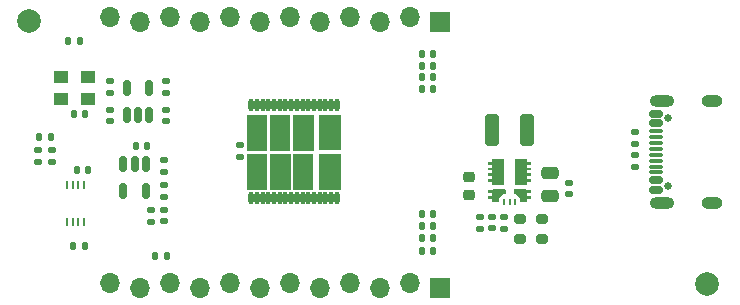
<source format=gbr>
%TF.GenerationSoftware,KiCad,Pcbnew,8.0.1*%
%TF.CreationDate,2024-04-17T00:28:09-04:00*%
%TF.ProjectId,NerdNOS,4e657264-4e4f-4532-9e6b-696361645f70,rev?*%
%TF.SameCoordinates,Original*%
%TF.FileFunction,Soldermask,Top*%
%TF.FilePolarity,Negative*%
%FSLAX46Y46*%
G04 Gerber Fmt 4.6, Leading zero omitted, Abs format (unit mm)*
G04 Created by KiCad (PCBNEW 8.0.1) date 2024-04-17 00:28:09*
%MOMM*%
%LPD*%
G01*
G04 APERTURE LIST*
G04 Aperture macros list*
%AMRoundRect*
0 Rectangle with rounded corners*
0 $1 Rounding radius*
0 $2 $3 $4 $5 $6 $7 $8 $9 X,Y pos of 4 corners*
0 Add a 4 corners polygon primitive as box body*
4,1,4,$2,$3,$4,$5,$6,$7,$8,$9,$2,$3,0*
0 Add four circle primitives for the rounded corners*
1,1,$1+$1,$2,$3*
1,1,$1+$1,$4,$5*
1,1,$1+$1,$6,$7*
1,1,$1+$1,$8,$9*
0 Add four rect primitives between the rounded corners*
20,1,$1+$1,$2,$3,$4,$5,0*
20,1,$1+$1,$4,$5,$6,$7,0*
20,1,$1+$1,$6,$7,$8,$9,0*
20,1,$1+$1,$8,$9,$2,$3,0*%
G04 Aperture macros list end*
%ADD10C,0.000000*%
%ADD11C,0.010000*%
%ADD12R,1.700000X1.700000*%
%ADD13O,1.700000X1.700000*%
%ADD14RoundRect,0.150000X0.150000X-0.512500X0.150000X0.512500X-0.150000X0.512500X-0.150000X-0.512500X0*%
%ADD15RoundRect,0.135000X0.185000X-0.135000X0.185000X0.135000X-0.185000X0.135000X-0.185000X-0.135000X0*%
%ADD16RoundRect,0.140000X-0.170000X0.140000X-0.170000X-0.140000X0.170000X-0.140000X0.170000X0.140000X0*%
%ADD17RoundRect,0.140000X0.140000X0.170000X-0.140000X0.170000X-0.140000X-0.170000X0.140000X-0.170000X0*%
%ADD18RoundRect,0.135000X-0.135000X-0.185000X0.135000X-0.185000X0.135000X0.185000X-0.135000X0.185000X0*%
%ADD19RoundRect,0.140000X-0.140000X-0.170000X0.140000X-0.170000X0.140000X0.170000X-0.140000X0.170000X0*%
%ADD20RoundRect,0.140000X0.170000X-0.140000X0.170000X0.140000X-0.170000X0.140000X-0.170000X-0.140000X0*%
%ADD21RoundRect,0.135000X-0.185000X0.135000X-0.185000X-0.135000X0.185000X-0.135000X0.185000X0.135000X0*%
%ADD22R,0.220000X0.599999*%
%ADD23C,0.650000*%
%ADD24RoundRect,0.150000X0.425000X-0.150000X0.425000X0.150000X-0.425000X0.150000X-0.425000X-0.150000X0*%
%ADD25RoundRect,0.075000X0.500000X-0.075000X0.500000X0.075000X-0.500000X0.075000X-0.500000X-0.075000X0*%
%ADD26O,2.100000X1.000000*%
%ADD27O,1.800000X1.000000*%
%ADD28RoundRect,0.135000X0.135000X0.185000X-0.135000X0.185000X-0.135000X-0.185000X0.135000X-0.185000X0*%
%ADD29R,1.300000X1.100000*%
%ADD30C,2.000000*%
%ADD31RoundRect,0.250000X-0.325000X-1.100000X0.325000X-1.100000X0.325000X1.100000X-0.325000X1.100000X0*%
%ADD32RoundRect,0.200000X-0.275000X0.200000X-0.275000X-0.200000X0.275000X-0.200000X0.275000X0.200000X0*%
%ADD33RoundRect,0.200000X0.275000X-0.200000X0.275000X0.200000X-0.275000X0.200000X-0.275000X-0.200000X0*%
%ADD34RoundRect,0.236600X-0.000010X0.295000X-0.000010X-0.295000X0.000010X-0.295000X0.000010X0.295000X0*%
%ADD35R,0.254000X0.762000*%
%ADD36RoundRect,0.150000X-0.150000X0.512500X-0.150000X-0.512500X0.150000X-0.512500X0.150000X0.512500X0*%
%ADD37RoundRect,0.250000X0.475000X-0.250000X0.475000X0.250000X-0.475000X0.250000X-0.475000X-0.250000X0*%
%ADD38RoundRect,0.225000X-0.250000X0.225000X-0.250000X-0.225000X0.250000X-0.225000X0.250000X0.225000X0*%
G04 APERTURE END LIST*
D10*
%TO.C,U5*%
G36*
X122210002Y-69390000D02*
G01*
X122210004Y-69709999D01*
X122160002Y-69759999D01*
X122073002Y-69759999D01*
X122037002Y-69775000D01*
X121690000Y-70122000D01*
X121675001Y-70157999D01*
X121675001Y-70364999D01*
X121625002Y-70414999D01*
X121150001Y-70414999D01*
X121100001Y-70364999D01*
X121100001Y-70240000D01*
X121050001Y-70190001D01*
X120750002Y-70190001D01*
X120700002Y-70140001D01*
X120700002Y-69990001D01*
X120750002Y-69940001D01*
X121050001Y-69940001D01*
X121100001Y-69889999D01*
X121100001Y-69739999D01*
X121050001Y-69689999D01*
X120750002Y-69689999D01*
X120700002Y-69639999D01*
X120700002Y-69489999D01*
X120750002Y-69440000D01*
X121050001Y-69440000D01*
X121100001Y-69390000D01*
X121150001Y-69340000D01*
X122160002Y-69340000D01*
X122210002Y-69390000D01*
G37*
G36*
X124000001Y-69390000D02*
G01*
X124050001Y-69440000D01*
X124350000Y-69440000D01*
X124400000Y-69489999D01*
X124400000Y-69639999D01*
X124350000Y-69689999D01*
X124050001Y-69689999D01*
X124000001Y-69739999D01*
X124000001Y-69889999D01*
X124050001Y-69940001D01*
X124350000Y-69940001D01*
X124400000Y-69990001D01*
X124400000Y-70140001D01*
X124350000Y-70190001D01*
X124050001Y-70190001D01*
X124000001Y-70240000D01*
X124000001Y-70364999D01*
X123950001Y-70414999D01*
X123475000Y-70414999D01*
X123425001Y-70364999D01*
X123425001Y-70157999D01*
X123410002Y-70122000D01*
X123063000Y-69775000D01*
X123027000Y-69759999D01*
X122940000Y-69759999D01*
X122889998Y-69709999D01*
X122890000Y-69390000D01*
X122940000Y-69340000D01*
X123950001Y-69340000D01*
X124000001Y-69390000D01*
G37*
G36*
X122100002Y-66840002D02*
G01*
X122100002Y-68940001D01*
X122049999Y-68990000D01*
X121150004Y-68989998D01*
X121100001Y-68940001D01*
X121100001Y-68824999D01*
X121050001Y-68775000D01*
X120750002Y-68774997D01*
X120700000Y-68725000D01*
X120700002Y-68574997D01*
X120750002Y-68525000D01*
X121050001Y-68525005D01*
X121100001Y-68475000D01*
X121100001Y-68325003D01*
X121050001Y-68275001D01*
X120750002Y-68275001D01*
X120700002Y-68225001D01*
X120700002Y-68075001D01*
X120750002Y-68025001D01*
X121050001Y-68025001D01*
X121100001Y-67974999D01*
X121100001Y-67825001D01*
X121050001Y-67774999D01*
X120750002Y-67775002D01*
X120700002Y-67724999D01*
X120700002Y-67574999D01*
X120750002Y-67525000D01*
X121050001Y-67525000D01*
X121100001Y-67475000D01*
X121100001Y-67325000D01*
X121050001Y-67275000D01*
X120750002Y-67275000D01*
X120700002Y-67225000D01*
X120700002Y-67075000D01*
X120750000Y-67025001D01*
X121050001Y-67025001D01*
X121100001Y-66975001D01*
X121100001Y-66840002D01*
X121150001Y-66790000D01*
X122050005Y-66790000D01*
X122100002Y-66840002D01*
G37*
G36*
X124000001Y-66840002D02*
G01*
X124000001Y-66975001D01*
X124050001Y-67025001D01*
X124350000Y-67025001D01*
X124400000Y-67075000D01*
X124400000Y-67225000D01*
X124350000Y-67275000D01*
X124050001Y-67275000D01*
X124000001Y-67325000D01*
X124000001Y-67475000D01*
X124050001Y-67525000D01*
X124350000Y-67525000D01*
X124400000Y-67574999D01*
X124400000Y-67724999D01*
X124350000Y-67775002D01*
X124050001Y-67775002D01*
X124000001Y-67824999D01*
X124000001Y-67975001D01*
X124050001Y-68025001D01*
X124350000Y-68025001D01*
X124400000Y-68075001D01*
X124400000Y-68225001D01*
X124350000Y-68275001D01*
X124050001Y-68275001D01*
X124000001Y-68325003D01*
X124000001Y-68475000D01*
X124050001Y-68525003D01*
X124350000Y-68525000D01*
X124400000Y-68574997D01*
X124400002Y-68725000D01*
X124350000Y-68774997D01*
X124050001Y-68775000D01*
X124000001Y-68824999D01*
X124000001Y-68940001D01*
X123950001Y-68989998D01*
X123050003Y-68990000D01*
X123000000Y-68940001D01*
X123000000Y-66840002D01*
X123050000Y-66790000D01*
X123950001Y-66790000D01*
X124000001Y-66840002D01*
G37*
%TO.C,IC1*%
D11*
X101955000Y-66400000D02*
X100325000Y-66400000D01*
X100325000Y-69340000D01*
X101955000Y-69340000D01*
X101955000Y-66400000D01*
G36*
X101955000Y-66400000D02*
G01*
X100325000Y-66400000D01*
X100325000Y-69340000D01*
X101955000Y-69340000D01*
X101955000Y-66400000D01*
G37*
X101965000Y-63060000D02*
X100335000Y-63060000D01*
X100335000Y-66000000D01*
X101965000Y-66000000D01*
X101965000Y-63060000D01*
G36*
X101965000Y-63060000D02*
G01*
X100335000Y-63060000D01*
X100335000Y-66000000D01*
X101965000Y-66000000D01*
X101965000Y-63060000D01*
G37*
X103915000Y-63060000D02*
X102285000Y-63060000D01*
X102285000Y-66000000D01*
X103915000Y-66000000D01*
X103915000Y-63060000D01*
G36*
X103915000Y-63060000D02*
G01*
X102285000Y-63060000D01*
X102285000Y-66000000D01*
X103915000Y-66000000D01*
X103915000Y-63060000D01*
G37*
X103925000Y-66410000D02*
X102295000Y-66410000D01*
X102295000Y-69350000D01*
X103925000Y-69350000D01*
X103925000Y-66410000D01*
G36*
X103925000Y-66410000D02*
G01*
X102295000Y-66410000D01*
X102295000Y-69350000D01*
X103925000Y-69350000D01*
X103925000Y-66410000D01*
G37*
X105865000Y-66400000D02*
X104235000Y-66400000D01*
X104235000Y-69340000D01*
X105865000Y-69340000D01*
X105865000Y-66400000D01*
G36*
X105865000Y-66400000D02*
G01*
X104235000Y-66400000D01*
X104235000Y-69340000D01*
X105865000Y-69340000D01*
X105865000Y-66400000D01*
G37*
X105870000Y-63060000D02*
X104240000Y-63060000D01*
X104240000Y-66000000D01*
X105870000Y-66000000D01*
X105870000Y-63060000D01*
G36*
X105870000Y-63060000D02*
G01*
X104240000Y-63060000D01*
X104240000Y-66000000D01*
X105870000Y-66000000D01*
X105870000Y-63060000D01*
G37*
X108220000Y-63050000D02*
X106380000Y-63050000D01*
X106380000Y-65990000D01*
X108220000Y-65990000D01*
X108220000Y-63050000D01*
G36*
X108220000Y-63050000D02*
G01*
X106380000Y-63050000D01*
X106380000Y-65990000D01*
X108220000Y-65990000D01*
X108220000Y-63050000D01*
G37*
X108220000Y-66410000D02*
X106380000Y-66410000D01*
X106380000Y-69350000D01*
X108220000Y-69350000D01*
X108220000Y-66410000D01*
G36*
X108220000Y-66410000D02*
G01*
X106380000Y-66410000D01*
X106380000Y-69350000D01*
X108220000Y-69350000D01*
X108220000Y-66410000D01*
G37*
%TD*%
D12*
%TO.C,J2*%
X116690000Y-77700000D03*
D13*
X114150000Y-77300000D03*
X111610000Y-77700000D03*
X109070000Y-77300000D03*
X106530000Y-77700000D03*
X103990000Y-77300000D03*
X101450000Y-77700000D03*
X98910000Y-77300000D03*
X96370000Y-77700000D03*
X93830000Y-77300000D03*
X91290000Y-77700000D03*
X88750000Y-77300000D03*
%TD*%
D12*
%TO.C,J1*%
X116690000Y-55200000D03*
D13*
X114150000Y-54800000D03*
X111610000Y-55200000D03*
X109070000Y-54800000D03*
X106530000Y-55200000D03*
X103990000Y-54800000D03*
X101450000Y-55200000D03*
X98910000Y-54800000D03*
X96370000Y-55200000D03*
X93830000Y-54800000D03*
X91290000Y-55200000D03*
X88750000Y-54800000D03*
%TD*%
D14*
%TO.C,U4*%
X90150001Y-63037500D03*
X91100000Y-63037500D03*
X92049999Y-63037500D03*
X92049999Y-60762500D03*
X90150001Y-60762500D03*
%TD*%
D15*
%TO.C,R7*%
X133165000Y-65550000D03*
X133165000Y-64530000D03*
%TD*%
D16*
%TO.C,C5*%
X93500000Y-62620000D03*
X93500000Y-63580000D03*
%TD*%
D17*
%TO.C,C6*%
X116080000Y-59900000D03*
X115120000Y-59900000D03*
%TD*%
D18*
%TO.C,R1*%
X82690001Y-64980000D03*
X83709999Y-64980000D03*
%TD*%
D19*
%TO.C,C7*%
X85620000Y-74200000D03*
X86580000Y-74200000D03*
%TD*%
D20*
%TO.C,C23*%
X127600000Y-69780000D03*
X127600000Y-68820000D03*
%TD*%
D17*
%TO.C,C2*%
X116080000Y-57880000D03*
X115120000Y-57880000D03*
%TD*%
D21*
%TO.C,R6*%
X133165000Y-66430000D03*
X133165000Y-67450000D03*
%TD*%
D16*
%TO.C,C20*%
X88700000Y-62620000D03*
X88700000Y-63580000D03*
%TD*%
D15*
%TO.C,R5*%
X92200000Y-72109999D03*
X92200000Y-71090001D03*
%TD*%
D22*
%TO.C,U5*%
X122050002Y-70464999D03*
X122550001Y-70464999D03*
X123050000Y-70464999D03*
%TD*%
D23*
%TO.C,J3*%
X135985000Y-69080000D03*
X135985000Y-63300000D03*
D24*
X134910000Y-69390000D03*
X134910000Y-68590000D03*
D25*
X134910000Y-67440000D03*
X134910000Y-66440000D03*
X134910000Y-65940000D03*
X134910000Y-64940000D03*
D24*
X134910000Y-62990000D03*
X134910000Y-63790000D03*
D25*
X134910000Y-64440000D03*
X134910000Y-65440000D03*
X134910000Y-66940000D03*
X134910000Y-67940000D03*
D26*
X135485000Y-70510000D03*
D27*
X139665000Y-70510000D03*
D26*
X135485000Y-61870000D03*
D27*
X139665000Y-61870000D03*
%TD*%
D19*
%TO.C,C18*%
X115120000Y-74600000D03*
X116080000Y-74600000D03*
%TD*%
D20*
%TO.C,C15*%
X93300000Y-69980000D03*
X93300000Y-69020000D03*
%TD*%
D16*
%TO.C,C11*%
X121070000Y-71700000D03*
X121070000Y-72660000D03*
%TD*%
D19*
%TO.C,C17*%
X115120000Y-73500000D03*
X116080000Y-73500000D03*
%TD*%
D28*
%TO.C,R8*%
X93510000Y-75000000D03*
X92490000Y-75000000D03*
%TD*%
D17*
%TO.C,C3*%
X116080000Y-58900000D03*
X115120000Y-58900000D03*
%TD*%
D29*
%TO.C,U2*%
X84550000Y-61750000D03*
X86850000Y-61750000D03*
X86850000Y-59850000D03*
X84550000Y-59850000D03*
%TD*%
D21*
%TO.C,R4*%
X82600000Y-66000000D03*
X82600000Y-67020000D03*
%TD*%
D17*
%TO.C,C1*%
X86600000Y-63000000D03*
X85640000Y-63000000D03*
%TD*%
D15*
%TO.C,R10*%
X122100000Y-72710000D03*
X122100000Y-71690000D03*
%TD*%
D30*
%TO.C,FID2*%
X139300000Y-77400000D03*
%TD*%
D31*
%TO.C,C13*%
X121045000Y-64390000D03*
X123995000Y-64390000D03*
%TD*%
D20*
%TO.C,C21*%
X93300000Y-67880000D03*
X93300000Y-66920000D03*
%TD*%
D15*
%TO.C,R3*%
X83800000Y-67020000D03*
X83800000Y-66000000D03*
%TD*%
D19*
%TO.C,C9*%
X85920000Y-67700000D03*
X86880000Y-67700000D03*
%TD*%
D16*
%TO.C,C4*%
X93500000Y-60220000D03*
X93500000Y-61180000D03*
%TD*%
D32*
%TO.C,R13*%
X123400000Y-71905000D03*
X123400000Y-73555000D03*
%TD*%
D33*
%TO.C,R12*%
X125270000Y-73550000D03*
X125270000Y-71900000D03*
%TD*%
D34*
%TO.C,IC1*%
X107900000Y-62265400D03*
X107420000Y-62265400D03*
X106940000Y-62265400D03*
X106460000Y-62265400D03*
X105980000Y-62265400D03*
X105500000Y-62265400D03*
X105020000Y-62265400D03*
X104540000Y-62265400D03*
X104060000Y-62265400D03*
X103580000Y-62265400D03*
X103100000Y-62265400D03*
X102620000Y-62265400D03*
X102140000Y-62265400D03*
X101660000Y-62265400D03*
X101180000Y-62265400D03*
X100700000Y-62265400D03*
X100700000Y-70134600D03*
X101180000Y-70134600D03*
X101660000Y-70134600D03*
X102140000Y-70134600D03*
X102620000Y-70134600D03*
X103100000Y-70134600D03*
X103580000Y-70134600D03*
X104060000Y-70134600D03*
X104540000Y-70134600D03*
X105020000Y-70134600D03*
X105500000Y-70134600D03*
X105980000Y-70134600D03*
X106460000Y-70134600D03*
X106940000Y-70134600D03*
X107420000Y-70134600D03*
X107900000Y-70134600D03*
%TD*%
D35*
%TO.C,U6*%
X85049811Y-72174800D03*
X85549937Y-72174800D03*
X86050063Y-72174800D03*
X86550189Y-72174800D03*
X86550189Y-69025200D03*
X86050063Y-69025200D03*
X85549937Y-69025200D03*
X85049811Y-69025200D03*
%TD*%
D17*
%TO.C,C19*%
X91880000Y-65700000D03*
X90920000Y-65700000D03*
%TD*%
D16*
%TO.C,C22*%
X88700000Y-60220000D03*
X88700000Y-61180000D03*
%TD*%
D19*
%TO.C,C14*%
X115120000Y-72500000D03*
X116080000Y-72500000D03*
%TD*%
D18*
%TO.C,R2*%
X85190000Y-56800000D03*
X86210000Y-56800000D03*
%TD*%
D19*
%TO.C,C12*%
X115120000Y-71500000D03*
X116080000Y-71500000D03*
%TD*%
D21*
%TO.C,TH1*%
X99700000Y-65590000D03*
X99700000Y-66610000D03*
%TD*%
D36*
%TO.C,U3*%
X91749999Y-67262500D03*
X90800000Y-67262500D03*
X89850001Y-67262500D03*
X89850001Y-69537500D03*
X91749999Y-69537500D03*
%TD*%
D17*
%TO.C,C8*%
X116080000Y-60900000D03*
X115120000Y-60900000D03*
%TD*%
D16*
%TO.C,C16*%
X93300000Y-71120000D03*
X93300000Y-72080000D03*
%TD*%
D37*
%TO.C,C24*%
X125980000Y-69910000D03*
X125980000Y-68010000D03*
%TD*%
D30*
%TO.C,FID1*%
X81900000Y-55100000D03*
%TD*%
D38*
%TO.C,C10*%
X119090000Y-68315000D03*
X119090000Y-69865000D03*
%TD*%
D21*
%TO.C,R11*%
X120040000Y-71680000D03*
X120040000Y-72700000D03*
%TD*%
M02*

</source>
